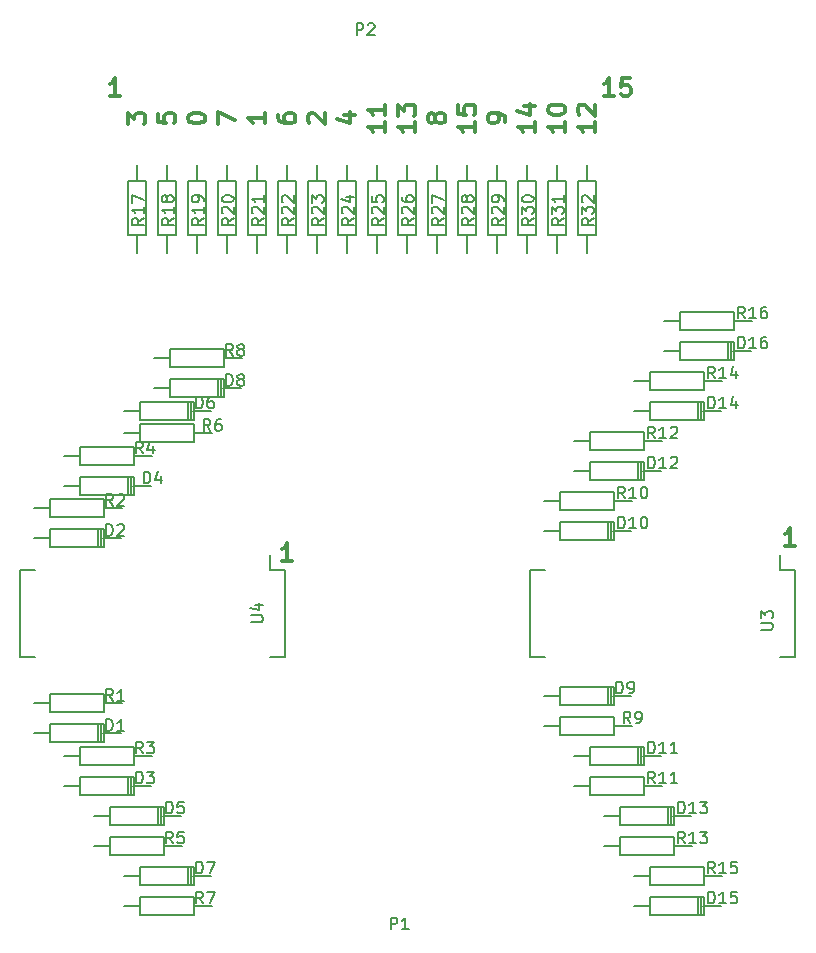
<source format=gto>
G04 #@! TF.FileFunction,Legend,Top*
%FSLAX46Y46*%
G04 Gerber Fmt 4.6, Leading zero omitted, Abs format (unit mm)*
G04 Created by KiCad (PCBNEW 4.0.2+e4-6225~38~ubuntu15.10.1-stable) date mar. 20 sept. 2016 08:21:37 CEST*
%MOMM*%
G01*
G04 APERTURE LIST*
%ADD10C,0.100000*%
%ADD11C,0.300000*%
%ADD12C,0.150000*%
G04 APERTURE END LIST*
D10*
D11*
X85133571Y-39655714D02*
X85133571Y-40512857D01*
X85133571Y-40084285D02*
X83633571Y-40084285D01*
X83847857Y-40227142D01*
X83990714Y-40370000D01*
X84062143Y-40512857D01*
X83776429Y-39084286D02*
X83705000Y-39012857D01*
X83633571Y-38870000D01*
X83633571Y-38512857D01*
X83705000Y-38370000D01*
X83776429Y-38298571D01*
X83919286Y-38227143D01*
X84062143Y-38227143D01*
X84276429Y-38298571D01*
X85133571Y-39155714D01*
X85133571Y-38227143D01*
X82593571Y-39655714D02*
X82593571Y-40512857D01*
X82593571Y-40084285D02*
X81093571Y-40084285D01*
X81307857Y-40227142D01*
X81450714Y-40370000D01*
X81522143Y-40512857D01*
X81093571Y-38727143D02*
X81093571Y-38584286D01*
X81165000Y-38441429D01*
X81236429Y-38370000D01*
X81379286Y-38298571D01*
X81665000Y-38227143D01*
X82022143Y-38227143D01*
X82307857Y-38298571D01*
X82450714Y-38370000D01*
X82522143Y-38441429D01*
X82593571Y-38584286D01*
X82593571Y-38727143D01*
X82522143Y-38870000D01*
X82450714Y-38941429D01*
X82307857Y-39012857D01*
X82022143Y-39084286D01*
X81665000Y-39084286D01*
X81379286Y-39012857D01*
X81236429Y-38941429D01*
X81165000Y-38870000D01*
X81093571Y-38727143D01*
X80053571Y-39655714D02*
X80053571Y-40512857D01*
X80053571Y-40084285D02*
X78553571Y-40084285D01*
X78767857Y-40227142D01*
X78910714Y-40370000D01*
X78982143Y-40512857D01*
X79053571Y-38370000D02*
X80053571Y-38370000D01*
X78482143Y-38727143D02*
X79553571Y-39084286D01*
X79553571Y-38155714D01*
X77513571Y-39655714D02*
X77513571Y-39369999D01*
X77442143Y-39227142D01*
X77370714Y-39155714D01*
X77156429Y-39012856D01*
X76870714Y-38941428D01*
X76299286Y-38941428D01*
X76156429Y-39012856D01*
X76085000Y-39084285D01*
X76013571Y-39227142D01*
X76013571Y-39512856D01*
X76085000Y-39655714D01*
X76156429Y-39727142D01*
X76299286Y-39798571D01*
X76656429Y-39798571D01*
X76799286Y-39727142D01*
X76870714Y-39655714D01*
X76942143Y-39512856D01*
X76942143Y-39227142D01*
X76870714Y-39084285D01*
X76799286Y-39012856D01*
X76656429Y-38941428D01*
X74973571Y-39655714D02*
X74973571Y-40512857D01*
X74973571Y-40084285D02*
X73473571Y-40084285D01*
X73687857Y-40227142D01*
X73830714Y-40370000D01*
X73902143Y-40512857D01*
X73473571Y-38298571D02*
X73473571Y-39012857D01*
X74187857Y-39084286D01*
X74116429Y-39012857D01*
X74045000Y-38870000D01*
X74045000Y-38512857D01*
X74116429Y-38370000D01*
X74187857Y-38298571D01*
X74330714Y-38227143D01*
X74687857Y-38227143D01*
X74830714Y-38298571D01*
X74902143Y-38370000D01*
X74973571Y-38512857D01*
X74973571Y-38870000D01*
X74902143Y-39012857D01*
X74830714Y-39084286D01*
X71576429Y-39512856D02*
X71505000Y-39655714D01*
X71433571Y-39727142D01*
X71290714Y-39798571D01*
X71219286Y-39798571D01*
X71076429Y-39727142D01*
X71005000Y-39655714D01*
X70933571Y-39512856D01*
X70933571Y-39227142D01*
X71005000Y-39084285D01*
X71076429Y-39012856D01*
X71219286Y-38941428D01*
X71290714Y-38941428D01*
X71433571Y-39012856D01*
X71505000Y-39084285D01*
X71576429Y-39227142D01*
X71576429Y-39512856D01*
X71647857Y-39655714D01*
X71719286Y-39727142D01*
X71862143Y-39798571D01*
X72147857Y-39798571D01*
X72290714Y-39727142D01*
X72362143Y-39655714D01*
X72433571Y-39512856D01*
X72433571Y-39227142D01*
X72362143Y-39084285D01*
X72290714Y-39012856D01*
X72147857Y-38941428D01*
X71862143Y-38941428D01*
X71719286Y-39012856D01*
X71647857Y-39084285D01*
X71576429Y-39227142D01*
X69893571Y-39655714D02*
X69893571Y-40512857D01*
X69893571Y-40084285D02*
X68393571Y-40084285D01*
X68607857Y-40227142D01*
X68750714Y-40370000D01*
X68822143Y-40512857D01*
X68393571Y-39155714D02*
X68393571Y-38227143D01*
X68965000Y-38727143D01*
X68965000Y-38512857D01*
X69036429Y-38370000D01*
X69107857Y-38298571D01*
X69250714Y-38227143D01*
X69607857Y-38227143D01*
X69750714Y-38298571D01*
X69822143Y-38370000D01*
X69893571Y-38512857D01*
X69893571Y-38941429D01*
X69822143Y-39084286D01*
X69750714Y-39155714D01*
X67353571Y-39655714D02*
X67353571Y-40512857D01*
X67353571Y-40084285D02*
X65853571Y-40084285D01*
X66067857Y-40227142D01*
X66210714Y-40370000D01*
X66282143Y-40512857D01*
X67353571Y-38227143D02*
X67353571Y-39084286D01*
X67353571Y-38655714D02*
X65853571Y-38655714D01*
X66067857Y-38798571D01*
X66210714Y-38941429D01*
X66282143Y-39084286D01*
X63813571Y-39084285D02*
X64813571Y-39084285D01*
X63242143Y-39441428D02*
X64313571Y-39798571D01*
X64313571Y-38869999D01*
X60916429Y-39798571D02*
X60845000Y-39727142D01*
X60773571Y-39584285D01*
X60773571Y-39227142D01*
X60845000Y-39084285D01*
X60916429Y-39012856D01*
X61059286Y-38941428D01*
X61202143Y-38941428D01*
X61416429Y-39012856D01*
X62273571Y-39869999D01*
X62273571Y-38941428D01*
X58233571Y-39084285D02*
X58233571Y-39369999D01*
X58305000Y-39512856D01*
X58376429Y-39584285D01*
X58590714Y-39727142D01*
X58876429Y-39798571D01*
X59447857Y-39798571D01*
X59590714Y-39727142D01*
X59662143Y-39655714D01*
X59733571Y-39512856D01*
X59733571Y-39227142D01*
X59662143Y-39084285D01*
X59590714Y-39012856D01*
X59447857Y-38941428D01*
X59090714Y-38941428D01*
X58947857Y-39012856D01*
X58876429Y-39084285D01*
X58805000Y-39227142D01*
X58805000Y-39512856D01*
X58876429Y-39655714D01*
X58947857Y-39727142D01*
X59090714Y-39798571D01*
X57193571Y-38941428D02*
X57193571Y-39798571D01*
X57193571Y-39369999D02*
X55693571Y-39369999D01*
X55907857Y-39512856D01*
X56050714Y-39655714D01*
X56122143Y-39798571D01*
X53153571Y-39869999D02*
X53153571Y-38869999D01*
X54653571Y-39512856D01*
X50613571Y-39441428D02*
X50613571Y-39298571D01*
X50685000Y-39155714D01*
X50756429Y-39084285D01*
X50899286Y-39012856D01*
X51185000Y-38941428D01*
X51542143Y-38941428D01*
X51827857Y-39012856D01*
X51970714Y-39084285D01*
X52042143Y-39155714D01*
X52113571Y-39298571D01*
X52113571Y-39441428D01*
X52042143Y-39584285D01*
X51970714Y-39655714D01*
X51827857Y-39727142D01*
X51542143Y-39798571D01*
X51185000Y-39798571D01*
X50899286Y-39727142D01*
X50756429Y-39655714D01*
X50685000Y-39584285D01*
X50613571Y-39441428D01*
X48073571Y-39012856D02*
X48073571Y-39727142D01*
X48787857Y-39798571D01*
X48716429Y-39727142D01*
X48645000Y-39584285D01*
X48645000Y-39227142D01*
X48716429Y-39084285D01*
X48787857Y-39012856D01*
X48930714Y-38941428D01*
X49287857Y-38941428D01*
X49430714Y-39012856D01*
X49502143Y-39084285D01*
X49573571Y-39227142D01*
X49573571Y-39584285D01*
X49502143Y-39727142D01*
X49430714Y-39798571D01*
X45533571Y-39869999D02*
X45533571Y-38941428D01*
X46105000Y-39441428D01*
X46105000Y-39227142D01*
X46176429Y-39084285D01*
X46247857Y-39012856D01*
X46390714Y-38941428D01*
X46747857Y-38941428D01*
X46890714Y-39012856D01*
X46962143Y-39084285D01*
X47033571Y-39227142D01*
X47033571Y-39655714D01*
X46962143Y-39798571D01*
X46890714Y-39869999D01*
X102028572Y-75608571D02*
X101171429Y-75608571D01*
X101600001Y-75608571D02*
X101600001Y-74108571D01*
X101457144Y-74322857D01*
X101314286Y-74465714D01*
X101171429Y-74537143D01*
X86709286Y-37508571D02*
X85852143Y-37508571D01*
X86280715Y-37508571D02*
X86280715Y-36008571D01*
X86137858Y-36222857D01*
X85995000Y-36365714D01*
X85852143Y-36437143D01*
X88066429Y-36008571D02*
X87352143Y-36008571D01*
X87280714Y-36722857D01*
X87352143Y-36651429D01*
X87495000Y-36580000D01*
X87852143Y-36580000D01*
X87995000Y-36651429D01*
X88066429Y-36722857D01*
X88137857Y-36865714D01*
X88137857Y-37222857D01*
X88066429Y-37365714D01*
X87995000Y-37437143D01*
X87852143Y-37508571D01*
X87495000Y-37508571D01*
X87352143Y-37437143D01*
X87280714Y-37365714D01*
X44878572Y-37508571D02*
X44021429Y-37508571D01*
X44450001Y-37508571D02*
X44450001Y-36008571D01*
X44307144Y-36222857D01*
X44164286Y-36365714D01*
X44021429Y-36437143D01*
X59483572Y-76878571D02*
X58626429Y-76878571D01*
X59055001Y-76878571D02*
X59055001Y-75378571D01*
X58912144Y-75592857D01*
X58769286Y-75735714D01*
X58626429Y-75807143D01*
D12*
X38988480Y-91442540D02*
X37591480Y-91442540D01*
X43433480Y-91442540D02*
X44957480Y-91442540D01*
X43052480Y-92204540D02*
X43052480Y-90680540D01*
X43306480Y-92204540D02*
X43306480Y-90680540D01*
X43560480Y-91442540D02*
X43560480Y-90680540D01*
X43560480Y-90680540D02*
X38988480Y-90680540D01*
X38988480Y-90680540D02*
X38988480Y-92204540D01*
X38988480Y-92204540D02*
X43560480Y-92204540D01*
X43560480Y-92204540D02*
X43560480Y-91442540D01*
X38988480Y-74932540D02*
X37591480Y-74932540D01*
X43433480Y-74932540D02*
X44957480Y-74932540D01*
X43052480Y-75694540D02*
X43052480Y-74170540D01*
X43306480Y-75694540D02*
X43306480Y-74170540D01*
X43560480Y-74932540D02*
X43560480Y-74170540D01*
X43560480Y-74170540D02*
X38988480Y-74170540D01*
X38988480Y-74170540D02*
X38988480Y-75694540D01*
X38988480Y-75694540D02*
X43560480Y-75694540D01*
X43560480Y-75694540D02*
X43560480Y-74932540D01*
X41528480Y-95887540D02*
X40131480Y-95887540D01*
X45973480Y-95887540D02*
X47497480Y-95887540D01*
X45592480Y-96649540D02*
X45592480Y-95125540D01*
X45846480Y-96649540D02*
X45846480Y-95125540D01*
X46100480Y-95887540D02*
X46100480Y-95125540D01*
X46100480Y-95125540D02*
X41528480Y-95125540D01*
X41528480Y-95125540D02*
X41528480Y-96649540D01*
X41528480Y-96649540D02*
X46100480Y-96649540D01*
X46100480Y-96649540D02*
X46100480Y-95887540D01*
X41528480Y-70487540D02*
X40131480Y-70487540D01*
X45973480Y-70487540D02*
X47497480Y-70487540D01*
X45592480Y-71249540D02*
X45592480Y-69725540D01*
X45846480Y-71249540D02*
X45846480Y-69725540D01*
X46100480Y-70487540D02*
X46100480Y-69725540D01*
X46100480Y-69725540D02*
X41528480Y-69725540D01*
X41528480Y-69725540D02*
X41528480Y-71249540D01*
X41528480Y-71249540D02*
X46100480Y-71249540D01*
X46100480Y-71249540D02*
X46100480Y-70487540D01*
X44068480Y-98427540D02*
X42671480Y-98427540D01*
X48513480Y-98427540D02*
X50037480Y-98427540D01*
X48132480Y-99189540D02*
X48132480Y-97665540D01*
X48386480Y-99189540D02*
X48386480Y-97665540D01*
X48640480Y-98427540D02*
X48640480Y-97665540D01*
X48640480Y-97665540D02*
X44068480Y-97665540D01*
X44068480Y-97665540D02*
X44068480Y-99189540D01*
X44068480Y-99189540D02*
X48640480Y-99189540D01*
X48640480Y-99189540D02*
X48640480Y-98427540D01*
X46608480Y-64137540D02*
X45211480Y-64137540D01*
X51053480Y-64137540D02*
X52577480Y-64137540D01*
X50672480Y-64899540D02*
X50672480Y-63375540D01*
X50926480Y-64899540D02*
X50926480Y-63375540D01*
X51180480Y-64137540D02*
X51180480Y-63375540D01*
X51180480Y-63375540D02*
X46608480Y-63375540D01*
X46608480Y-63375540D02*
X46608480Y-64899540D01*
X46608480Y-64899540D02*
X51180480Y-64899540D01*
X51180480Y-64899540D02*
X51180480Y-64137540D01*
X46608480Y-103507540D02*
X45211480Y-103507540D01*
X51053480Y-103507540D02*
X52577480Y-103507540D01*
X50672480Y-104269540D02*
X50672480Y-102745540D01*
X50926480Y-104269540D02*
X50926480Y-102745540D01*
X51180480Y-103507540D02*
X51180480Y-102745540D01*
X51180480Y-102745540D02*
X46608480Y-102745540D01*
X46608480Y-102745540D02*
X46608480Y-104269540D01*
X46608480Y-104269540D02*
X51180480Y-104269540D01*
X51180480Y-104269540D02*
X51180480Y-103507540D01*
X49148480Y-62232540D02*
X47751480Y-62232540D01*
X53593480Y-62232540D02*
X55117480Y-62232540D01*
X53212480Y-62994540D02*
X53212480Y-61470540D01*
X53466480Y-62994540D02*
X53466480Y-61470540D01*
X53720480Y-62232540D02*
X53720480Y-61470540D01*
X53720480Y-61470540D02*
X49148480Y-61470540D01*
X49148480Y-61470540D02*
X49148480Y-62994540D01*
X49148480Y-62994540D02*
X53720480Y-62994540D01*
X53720480Y-62994540D02*
X53720480Y-62232540D01*
X82168480Y-88267540D02*
X80771480Y-88267540D01*
X86613480Y-88267540D02*
X88137480Y-88267540D01*
X86232480Y-89029540D02*
X86232480Y-87505540D01*
X86486480Y-89029540D02*
X86486480Y-87505540D01*
X86740480Y-88267540D02*
X86740480Y-87505540D01*
X86740480Y-87505540D02*
X82168480Y-87505540D01*
X82168480Y-87505540D02*
X82168480Y-89029540D01*
X82168480Y-89029540D02*
X86740480Y-89029540D01*
X86740480Y-89029540D02*
X86740480Y-88267540D01*
X82168480Y-74297540D02*
X80771480Y-74297540D01*
X86613480Y-74297540D02*
X88137480Y-74297540D01*
X86232480Y-75059540D02*
X86232480Y-73535540D01*
X86486480Y-75059540D02*
X86486480Y-73535540D01*
X86740480Y-74297540D02*
X86740480Y-73535540D01*
X86740480Y-73535540D02*
X82168480Y-73535540D01*
X82168480Y-73535540D02*
X82168480Y-75059540D01*
X82168480Y-75059540D02*
X86740480Y-75059540D01*
X86740480Y-75059540D02*
X86740480Y-74297540D01*
X84708480Y-93347540D02*
X83311480Y-93347540D01*
X89153480Y-93347540D02*
X90677480Y-93347540D01*
X88772480Y-94109540D02*
X88772480Y-92585540D01*
X89026480Y-94109540D02*
X89026480Y-92585540D01*
X89280480Y-93347540D02*
X89280480Y-92585540D01*
X89280480Y-92585540D02*
X84708480Y-92585540D01*
X84708480Y-92585540D02*
X84708480Y-94109540D01*
X84708480Y-94109540D02*
X89280480Y-94109540D01*
X89280480Y-94109540D02*
X89280480Y-93347540D01*
X84708480Y-69217540D02*
X83311480Y-69217540D01*
X89153480Y-69217540D02*
X90677480Y-69217540D01*
X88772480Y-69979540D02*
X88772480Y-68455540D01*
X89026480Y-69979540D02*
X89026480Y-68455540D01*
X89280480Y-69217540D02*
X89280480Y-68455540D01*
X89280480Y-68455540D02*
X84708480Y-68455540D01*
X84708480Y-68455540D02*
X84708480Y-69979540D01*
X84708480Y-69979540D02*
X89280480Y-69979540D01*
X89280480Y-69979540D02*
X89280480Y-69217540D01*
X87248480Y-98427540D02*
X85851480Y-98427540D01*
X91693480Y-98427540D02*
X93217480Y-98427540D01*
X91312480Y-99189540D02*
X91312480Y-97665540D01*
X91566480Y-99189540D02*
X91566480Y-97665540D01*
X91820480Y-98427540D02*
X91820480Y-97665540D01*
X91820480Y-97665540D02*
X87248480Y-97665540D01*
X87248480Y-97665540D02*
X87248480Y-99189540D01*
X87248480Y-99189540D02*
X91820480Y-99189540D01*
X91820480Y-99189540D02*
X91820480Y-98427540D01*
X89788480Y-64137540D02*
X88391480Y-64137540D01*
X94233480Y-64137540D02*
X95757480Y-64137540D01*
X93852480Y-64899540D02*
X93852480Y-63375540D01*
X94106480Y-64899540D02*
X94106480Y-63375540D01*
X94360480Y-64137540D02*
X94360480Y-63375540D01*
X94360480Y-63375540D02*
X89788480Y-63375540D01*
X89788480Y-63375540D02*
X89788480Y-64899540D01*
X89788480Y-64899540D02*
X94360480Y-64899540D01*
X94360480Y-64899540D02*
X94360480Y-64137540D01*
X89788480Y-106047540D02*
X88391480Y-106047540D01*
X94233480Y-106047540D02*
X95757480Y-106047540D01*
X93852480Y-106809540D02*
X93852480Y-105285540D01*
X94106480Y-106809540D02*
X94106480Y-105285540D01*
X94360480Y-106047540D02*
X94360480Y-105285540D01*
X94360480Y-105285540D02*
X89788480Y-105285540D01*
X89788480Y-105285540D02*
X89788480Y-106809540D01*
X89788480Y-106809540D02*
X94360480Y-106809540D01*
X94360480Y-106809540D02*
X94360480Y-106047540D01*
X92328480Y-59057540D02*
X90931480Y-59057540D01*
X96773480Y-59057540D02*
X98297480Y-59057540D01*
X96392480Y-59819540D02*
X96392480Y-58295540D01*
X96646480Y-59819540D02*
X96646480Y-58295540D01*
X96900480Y-59057540D02*
X96900480Y-58295540D01*
X96900480Y-58295540D02*
X92328480Y-58295540D01*
X92328480Y-58295540D02*
X92328480Y-59819540D01*
X92328480Y-59819540D02*
X96900480Y-59819540D01*
X96900480Y-59819540D02*
X96900480Y-59057540D01*
X101990000Y-77605000D02*
X100720000Y-77605000D01*
X101990000Y-84955000D02*
X100720000Y-84955000D01*
X79620000Y-84955000D02*
X80890000Y-84955000D01*
X79620000Y-77605000D02*
X80890000Y-77605000D01*
X101990000Y-77605000D02*
X101990000Y-84955000D01*
X79620000Y-77605000D02*
X79620000Y-84955000D01*
X100720000Y-77605000D02*
X100720000Y-76320000D01*
X58810000Y-77605000D02*
X57540000Y-77605000D01*
X58810000Y-84955000D02*
X57540000Y-84955000D01*
X36440000Y-84955000D02*
X37710000Y-84955000D01*
X36440000Y-77605000D02*
X37710000Y-77605000D01*
X58810000Y-77605000D02*
X58810000Y-84955000D01*
X36440000Y-77605000D02*
X36440000Y-84955000D01*
X57540000Y-77605000D02*
X57540000Y-76320000D01*
X38988480Y-88902540D02*
X37591480Y-88902540D01*
X43560480Y-88902540D02*
X45084480Y-88902540D01*
X43560480Y-88902540D02*
X43560480Y-88140540D01*
X43560480Y-88140540D02*
X38988480Y-88140540D01*
X38988480Y-88140540D02*
X38988480Y-89664540D01*
X38988480Y-89664540D02*
X43560480Y-89664540D01*
X43560480Y-89664540D02*
X43560480Y-88902540D01*
X38988480Y-72392540D02*
X37591480Y-72392540D01*
X43560480Y-72392540D02*
X45084480Y-72392540D01*
X43560480Y-72392540D02*
X43560480Y-71630540D01*
X43560480Y-71630540D02*
X38988480Y-71630540D01*
X38988480Y-71630540D02*
X38988480Y-73154540D01*
X38988480Y-73154540D02*
X43560480Y-73154540D01*
X43560480Y-73154540D02*
X43560480Y-72392540D01*
X41528480Y-93347540D02*
X40131480Y-93347540D01*
X46100480Y-93347540D02*
X47624480Y-93347540D01*
X46100480Y-93347540D02*
X46100480Y-92585540D01*
X46100480Y-92585540D02*
X41528480Y-92585540D01*
X41528480Y-92585540D02*
X41528480Y-94109540D01*
X41528480Y-94109540D02*
X46100480Y-94109540D01*
X46100480Y-94109540D02*
X46100480Y-93347540D01*
X41528480Y-67947540D02*
X40131480Y-67947540D01*
X46100480Y-67947540D02*
X47624480Y-67947540D01*
X46100480Y-67947540D02*
X46100480Y-67185540D01*
X46100480Y-67185540D02*
X41528480Y-67185540D01*
X41528480Y-67185540D02*
X41528480Y-68709540D01*
X41528480Y-68709540D02*
X46100480Y-68709540D01*
X46100480Y-68709540D02*
X46100480Y-67947540D01*
X44068480Y-100967540D02*
X42671480Y-100967540D01*
X48640480Y-100967540D02*
X50164480Y-100967540D01*
X48640480Y-100967540D02*
X48640480Y-100205540D01*
X48640480Y-100205540D02*
X44068480Y-100205540D01*
X44068480Y-100205540D02*
X44068480Y-101729540D01*
X44068480Y-101729540D02*
X48640480Y-101729540D01*
X48640480Y-101729540D02*
X48640480Y-100967540D01*
X46608480Y-66042540D02*
X45211480Y-66042540D01*
X51180480Y-66042540D02*
X52704480Y-66042540D01*
X51180480Y-66042540D02*
X51180480Y-65280540D01*
X51180480Y-65280540D02*
X46608480Y-65280540D01*
X46608480Y-65280540D02*
X46608480Y-66804540D01*
X46608480Y-66804540D02*
X51180480Y-66804540D01*
X51180480Y-66804540D02*
X51180480Y-66042540D01*
X46608480Y-106047540D02*
X45211480Y-106047540D01*
X51180480Y-106047540D02*
X52704480Y-106047540D01*
X51180480Y-106047540D02*
X51180480Y-105285540D01*
X51180480Y-105285540D02*
X46608480Y-105285540D01*
X46608480Y-105285540D02*
X46608480Y-106809540D01*
X46608480Y-106809540D02*
X51180480Y-106809540D01*
X51180480Y-106809540D02*
X51180480Y-106047540D01*
X49148480Y-59692540D02*
X47751480Y-59692540D01*
X53720480Y-59692540D02*
X55244480Y-59692540D01*
X53720480Y-59692540D02*
X53720480Y-58930540D01*
X53720480Y-58930540D02*
X49148480Y-58930540D01*
X49148480Y-58930540D02*
X49148480Y-60454540D01*
X49148480Y-60454540D02*
X53720480Y-60454540D01*
X53720480Y-60454540D02*
X53720480Y-59692540D01*
X82168480Y-90807540D02*
X80771480Y-90807540D01*
X86740480Y-90807540D02*
X88264480Y-90807540D01*
X86740480Y-90807540D02*
X86740480Y-90045540D01*
X86740480Y-90045540D02*
X82168480Y-90045540D01*
X82168480Y-90045540D02*
X82168480Y-91569540D01*
X82168480Y-91569540D02*
X86740480Y-91569540D01*
X86740480Y-91569540D02*
X86740480Y-90807540D01*
X82168480Y-71757540D02*
X80771480Y-71757540D01*
X86740480Y-71757540D02*
X88264480Y-71757540D01*
X86740480Y-71757540D02*
X86740480Y-70995540D01*
X86740480Y-70995540D02*
X82168480Y-70995540D01*
X82168480Y-70995540D02*
X82168480Y-72519540D01*
X82168480Y-72519540D02*
X86740480Y-72519540D01*
X86740480Y-72519540D02*
X86740480Y-71757540D01*
X84708480Y-95887540D02*
X83311480Y-95887540D01*
X89280480Y-95887540D02*
X90804480Y-95887540D01*
X89280480Y-95887540D02*
X89280480Y-95125540D01*
X89280480Y-95125540D02*
X84708480Y-95125540D01*
X84708480Y-95125540D02*
X84708480Y-96649540D01*
X84708480Y-96649540D02*
X89280480Y-96649540D01*
X89280480Y-96649540D02*
X89280480Y-95887540D01*
X84708480Y-66677540D02*
X83311480Y-66677540D01*
X89280480Y-66677540D02*
X90804480Y-66677540D01*
X89280480Y-66677540D02*
X89280480Y-65915540D01*
X89280480Y-65915540D02*
X84708480Y-65915540D01*
X84708480Y-65915540D02*
X84708480Y-67439540D01*
X84708480Y-67439540D02*
X89280480Y-67439540D01*
X89280480Y-67439540D02*
X89280480Y-66677540D01*
X87248480Y-100967540D02*
X85851480Y-100967540D01*
X91820480Y-100967540D02*
X93344480Y-100967540D01*
X91820480Y-100967540D02*
X91820480Y-100205540D01*
X91820480Y-100205540D02*
X87248480Y-100205540D01*
X87248480Y-100205540D02*
X87248480Y-101729540D01*
X87248480Y-101729540D02*
X91820480Y-101729540D01*
X91820480Y-101729540D02*
X91820480Y-100967540D01*
X89788480Y-61597540D02*
X88391480Y-61597540D01*
X94360480Y-61597540D02*
X95884480Y-61597540D01*
X94360480Y-61597540D02*
X94360480Y-60835540D01*
X94360480Y-60835540D02*
X89788480Y-60835540D01*
X89788480Y-60835540D02*
X89788480Y-62359540D01*
X89788480Y-62359540D02*
X94360480Y-62359540D01*
X94360480Y-62359540D02*
X94360480Y-61597540D01*
X89788480Y-103507540D02*
X88391480Y-103507540D01*
X94360480Y-103507540D02*
X95884480Y-103507540D01*
X94360480Y-103507540D02*
X94360480Y-102745540D01*
X94360480Y-102745540D02*
X89788480Y-102745540D01*
X89788480Y-102745540D02*
X89788480Y-104269540D01*
X89788480Y-104269540D02*
X94360480Y-104269540D01*
X94360480Y-104269540D02*
X94360480Y-103507540D01*
X92328480Y-56517540D02*
X90931480Y-56517540D01*
X96900480Y-56517540D02*
X98424480Y-56517540D01*
X96900480Y-56517540D02*
X96900480Y-55755540D01*
X96900480Y-55755540D02*
X92328480Y-55755540D01*
X92328480Y-55755540D02*
X92328480Y-57279540D01*
X92328480Y-57279540D02*
X96900480Y-57279540D01*
X96900480Y-57279540D02*
X96900480Y-56517540D01*
X46352460Y-44703480D02*
X46352460Y-43306480D01*
X46352460Y-49275480D02*
X46352460Y-50799480D01*
X46352460Y-49275480D02*
X47114460Y-49275480D01*
X47114460Y-49275480D02*
X47114460Y-44703480D01*
X47114460Y-44703480D02*
X45590460Y-44703480D01*
X45590460Y-44703480D02*
X45590460Y-49275480D01*
X45590460Y-49275480D02*
X46352460Y-49275480D01*
X48892460Y-44703480D02*
X48892460Y-43306480D01*
X48892460Y-49275480D02*
X48892460Y-50799480D01*
X48892460Y-49275480D02*
X49654460Y-49275480D01*
X49654460Y-49275480D02*
X49654460Y-44703480D01*
X49654460Y-44703480D02*
X48130460Y-44703480D01*
X48130460Y-44703480D02*
X48130460Y-49275480D01*
X48130460Y-49275480D02*
X48892460Y-49275480D01*
X51432460Y-44703480D02*
X51432460Y-43306480D01*
X51432460Y-49275480D02*
X51432460Y-50799480D01*
X51432460Y-49275480D02*
X52194460Y-49275480D01*
X52194460Y-49275480D02*
X52194460Y-44703480D01*
X52194460Y-44703480D02*
X50670460Y-44703480D01*
X50670460Y-44703480D02*
X50670460Y-49275480D01*
X50670460Y-49275480D02*
X51432460Y-49275480D01*
X53972460Y-44703480D02*
X53972460Y-43306480D01*
X53972460Y-49275480D02*
X53972460Y-50799480D01*
X53972460Y-49275480D02*
X54734460Y-49275480D01*
X54734460Y-49275480D02*
X54734460Y-44703480D01*
X54734460Y-44703480D02*
X53210460Y-44703480D01*
X53210460Y-44703480D02*
X53210460Y-49275480D01*
X53210460Y-49275480D02*
X53972460Y-49275480D01*
X56512460Y-44703480D02*
X56512460Y-43306480D01*
X56512460Y-49275480D02*
X56512460Y-50799480D01*
X56512460Y-49275480D02*
X57274460Y-49275480D01*
X57274460Y-49275480D02*
X57274460Y-44703480D01*
X57274460Y-44703480D02*
X55750460Y-44703480D01*
X55750460Y-44703480D02*
X55750460Y-49275480D01*
X55750460Y-49275480D02*
X56512460Y-49275480D01*
X59052460Y-44703480D02*
X59052460Y-43306480D01*
X59052460Y-49275480D02*
X59052460Y-50799480D01*
X59052460Y-49275480D02*
X59814460Y-49275480D01*
X59814460Y-49275480D02*
X59814460Y-44703480D01*
X59814460Y-44703480D02*
X58290460Y-44703480D01*
X58290460Y-44703480D02*
X58290460Y-49275480D01*
X58290460Y-49275480D02*
X59052460Y-49275480D01*
X61592460Y-44703480D02*
X61592460Y-43306480D01*
X61592460Y-49275480D02*
X61592460Y-50799480D01*
X61592460Y-49275480D02*
X62354460Y-49275480D01*
X62354460Y-49275480D02*
X62354460Y-44703480D01*
X62354460Y-44703480D02*
X60830460Y-44703480D01*
X60830460Y-44703480D02*
X60830460Y-49275480D01*
X60830460Y-49275480D02*
X61592460Y-49275480D01*
X64132460Y-44703480D02*
X64132460Y-43306480D01*
X64132460Y-49275480D02*
X64132460Y-50799480D01*
X64132460Y-49275480D02*
X64894460Y-49275480D01*
X64894460Y-49275480D02*
X64894460Y-44703480D01*
X64894460Y-44703480D02*
X63370460Y-44703480D01*
X63370460Y-44703480D02*
X63370460Y-49275480D01*
X63370460Y-49275480D02*
X64132460Y-49275480D01*
X66672460Y-44703480D02*
X66672460Y-43306480D01*
X66672460Y-49275480D02*
X66672460Y-50799480D01*
X66672460Y-49275480D02*
X67434460Y-49275480D01*
X67434460Y-49275480D02*
X67434460Y-44703480D01*
X67434460Y-44703480D02*
X65910460Y-44703480D01*
X65910460Y-44703480D02*
X65910460Y-49275480D01*
X65910460Y-49275480D02*
X66672460Y-49275480D01*
X69212460Y-44703480D02*
X69212460Y-43306480D01*
X69212460Y-49275480D02*
X69212460Y-50799480D01*
X69212460Y-49275480D02*
X69974460Y-49275480D01*
X69974460Y-49275480D02*
X69974460Y-44703480D01*
X69974460Y-44703480D02*
X68450460Y-44703480D01*
X68450460Y-44703480D02*
X68450460Y-49275480D01*
X68450460Y-49275480D02*
X69212460Y-49275480D01*
X71752460Y-44703480D02*
X71752460Y-43306480D01*
X71752460Y-49275480D02*
X71752460Y-50799480D01*
X71752460Y-49275480D02*
X72514460Y-49275480D01*
X72514460Y-49275480D02*
X72514460Y-44703480D01*
X72514460Y-44703480D02*
X70990460Y-44703480D01*
X70990460Y-44703480D02*
X70990460Y-49275480D01*
X70990460Y-49275480D02*
X71752460Y-49275480D01*
X74292460Y-44703480D02*
X74292460Y-43306480D01*
X74292460Y-49275480D02*
X74292460Y-50799480D01*
X74292460Y-49275480D02*
X75054460Y-49275480D01*
X75054460Y-49275480D02*
X75054460Y-44703480D01*
X75054460Y-44703480D02*
X73530460Y-44703480D01*
X73530460Y-44703480D02*
X73530460Y-49275480D01*
X73530460Y-49275480D02*
X74292460Y-49275480D01*
X76832460Y-44703480D02*
X76832460Y-43306480D01*
X76832460Y-49275480D02*
X76832460Y-50799480D01*
X76832460Y-49275480D02*
X77594460Y-49275480D01*
X77594460Y-49275480D02*
X77594460Y-44703480D01*
X77594460Y-44703480D02*
X76070460Y-44703480D01*
X76070460Y-44703480D02*
X76070460Y-49275480D01*
X76070460Y-49275480D02*
X76832460Y-49275480D01*
X79372460Y-44703480D02*
X79372460Y-43306480D01*
X79372460Y-49275480D02*
X79372460Y-50799480D01*
X79372460Y-49275480D02*
X80134460Y-49275480D01*
X80134460Y-49275480D02*
X80134460Y-44703480D01*
X80134460Y-44703480D02*
X78610460Y-44703480D01*
X78610460Y-44703480D02*
X78610460Y-49275480D01*
X78610460Y-49275480D02*
X79372460Y-49275480D01*
X81912460Y-44703480D02*
X81912460Y-43306480D01*
X81912460Y-49275480D02*
X81912460Y-50799480D01*
X81912460Y-49275480D02*
X82674460Y-49275480D01*
X82674460Y-49275480D02*
X82674460Y-44703480D01*
X82674460Y-44703480D02*
X81150460Y-44703480D01*
X81150460Y-44703480D02*
X81150460Y-49275480D01*
X81150460Y-49275480D02*
X81912460Y-49275480D01*
X84452460Y-44703480D02*
X84452460Y-43306480D01*
X84452460Y-49275480D02*
X84452460Y-50799480D01*
X84452460Y-49275480D02*
X85214460Y-49275480D01*
X85214460Y-49275480D02*
X85214460Y-44703480D01*
X85214460Y-44703480D02*
X83690460Y-44703480D01*
X83690460Y-44703480D02*
X83690460Y-49275480D01*
X83690460Y-49275480D02*
X84452460Y-49275480D01*
X43711905Y-91257381D02*
X43711905Y-90257381D01*
X43950000Y-90257381D01*
X44092858Y-90305000D01*
X44188096Y-90400238D01*
X44235715Y-90495476D01*
X44283334Y-90685952D01*
X44283334Y-90828810D01*
X44235715Y-91019286D01*
X44188096Y-91114524D01*
X44092858Y-91209762D01*
X43950000Y-91257381D01*
X43711905Y-91257381D01*
X45235715Y-91257381D02*
X44664286Y-91257381D01*
X44950000Y-91257381D02*
X44950000Y-90257381D01*
X44854762Y-90400238D01*
X44759524Y-90495476D01*
X44664286Y-90543095D01*
X43711905Y-74747381D02*
X43711905Y-73747381D01*
X43950000Y-73747381D01*
X44092858Y-73795000D01*
X44188096Y-73890238D01*
X44235715Y-73985476D01*
X44283334Y-74175952D01*
X44283334Y-74318810D01*
X44235715Y-74509286D01*
X44188096Y-74604524D01*
X44092858Y-74699762D01*
X43950000Y-74747381D01*
X43711905Y-74747381D01*
X44664286Y-73842619D02*
X44711905Y-73795000D01*
X44807143Y-73747381D01*
X45045239Y-73747381D01*
X45140477Y-73795000D01*
X45188096Y-73842619D01*
X45235715Y-73937857D01*
X45235715Y-74033095D01*
X45188096Y-74175952D01*
X44616667Y-74747381D01*
X45235715Y-74747381D01*
X46251905Y-95702381D02*
X46251905Y-94702381D01*
X46490000Y-94702381D01*
X46632858Y-94750000D01*
X46728096Y-94845238D01*
X46775715Y-94940476D01*
X46823334Y-95130952D01*
X46823334Y-95273810D01*
X46775715Y-95464286D01*
X46728096Y-95559524D01*
X46632858Y-95654762D01*
X46490000Y-95702381D01*
X46251905Y-95702381D01*
X47156667Y-94702381D02*
X47775715Y-94702381D01*
X47442381Y-95083333D01*
X47585239Y-95083333D01*
X47680477Y-95130952D01*
X47728096Y-95178571D01*
X47775715Y-95273810D01*
X47775715Y-95511905D01*
X47728096Y-95607143D01*
X47680477Y-95654762D01*
X47585239Y-95702381D01*
X47299524Y-95702381D01*
X47204286Y-95654762D01*
X47156667Y-95607143D01*
X46886905Y-70302381D02*
X46886905Y-69302381D01*
X47125000Y-69302381D01*
X47267858Y-69350000D01*
X47363096Y-69445238D01*
X47410715Y-69540476D01*
X47458334Y-69730952D01*
X47458334Y-69873810D01*
X47410715Y-70064286D01*
X47363096Y-70159524D01*
X47267858Y-70254762D01*
X47125000Y-70302381D01*
X46886905Y-70302381D01*
X48315477Y-69635714D02*
X48315477Y-70302381D01*
X48077381Y-69254762D02*
X47839286Y-69969048D01*
X48458334Y-69969048D01*
X48791905Y-98242381D02*
X48791905Y-97242381D01*
X49030000Y-97242381D01*
X49172858Y-97290000D01*
X49268096Y-97385238D01*
X49315715Y-97480476D01*
X49363334Y-97670952D01*
X49363334Y-97813810D01*
X49315715Y-98004286D01*
X49268096Y-98099524D01*
X49172858Y-98194762D01*
X49030000Y-98242381D01*
X48791905Y-98242381D01*
X50268096Y-97242381D02*
X49791905Y-97242381D01*
X49744286Y-97718571D01*
X49791905Y-97670952D01*
X49887143Y-97623333D01*
X50125239Y-97623333D01*
X50220477Y-97670952D01*
X50268096Y-97718571D01*
X50315715Y-97813810D01*
X50315715Y-98051905D01*
X50268096Y-98147143D01*
X50220477Y-98194762D01*
X50125239Y-98242381D01*
X49887143Y-98242381D01*
X49791905Y-98194762D01*
X49744286Y-98147143D01*
X51331905Y-63952381D02*
X51331905Y-62952381D01*
X51570000Y-62952381D01*
X51712858Y-63000000D01*
X51808096Y-63095238D01*
X51855715Y-63190476D01*
X51903334Y-63380952D01*
X51903334Y-63523810D01*
X51855715Y-63714286D01*
X51808096Y-63809524D01*
X51712858Y-63904762D01*
X51570000Y-63952381D01*
X51331905Y-63952381D01*
X52760477Y-62952381D02*
X52570000Y-62952381D01*
X52474762Y-63000000D01*
X52427143Y-63047619D01*
X52331905Y-63190476D01*
X52284286Y-63380952D01*
X52284286Y-63761905D01*
X52331905Y-63857143D01*
X52379524Y-63904762D01*
X52474762Y-63952381D01*
X52665239Y-63952381D01*
X52760477Y-63904762D01*
X52808096Y-63857143D01*
X52855715Y-63761905D01*
X52855715Y-63523810D01*
X52808096Y-63428571D01*
X52760477Y-63380952D01*
X52665239Y-63333333D01*
X52474762Y-63333333D01*
X52379524Y-63380952D01*
X52331905Y-63428571D01*
X52284286Y-63523810D01*
X51331905Y-103322381D02*
X51331905Y-102322381D01*
X51570000Y-102322381D01*
X51712858Y-102370000D01*
X51808096Y-102465238D01*
X51855715Y-102560476D01*
X51903334Y-102750952D01*
X51903334Y-102893810D01*
X51855715Y-103084286D01*
X51808096Y-103179524D01*
X51712858Y-103274762D01*
X51570000Y-103322381D01*
X51331905Y-103322381D01*
X52236667Y-102322381D02*
X52903334Y-102322381D01*
X52474762Y-103322381D01*
X53871905Y-62047381D02*
X53871905Y-61047381D01*
X54110000Y-61047381D01*
X54252858Y-61095000D01*
X54348096Y-61190238D01*
X54395715Y-61285476D01*
X54443334Y-61475952D01*
X54443334Y-61618810D01*
X54395715Y-61809286D01*
X54348096Y-61904524D01*
X54252858Y-61999762D01*
X54110000Y-62047381D01*
X53871905Y-62047381D01*
X55014762Y-61475952D02*
X54919524Y-61428333D01*
X54871905Y-61380714D01*
X54824286Y-61285476D01*
X54824286Y-61237857D01*
X54871905Y-61142619D01*
X54919524Y-61095000D01*
X55014762Y-61047381D01*
X55205239Y-61047381D01*
X55300477Y-61095000D01*
X55348096Y-61142619D01*
X55395715Y-61237857D01*
X55395715Y-61285476D01*
X55348096Y-61380714D01*
X55300477Y-61428333D01*
X55205239Y-61475952D01*
X55014762Y-61475952D01*
X54919524Y-61523571D01*
X54871905Y-61571190D01*
X54824286Y-61666429D01*
X54824286Y-61856905D01*
X54871905Y-61952143D01*
X54919524Y-61999762D01*
X55014762Y-62047381D01*
X55205239Y-62047381D01*
X55300477Y-61999762D01*
X55348096Y-61952143D01*
X55395715Y-61856905D01*
X55395715Y-61666429D01*
X55348096Y-61571190D01*
X55300477Y-61523571D01*
X55205239Y-61475952D01*
X86891905Y-88082381D02*
X86891905Y-87082381D01*
X87130000Y-87082381D01*
X87272858Y-87130000D01*
X87368096Y-87225238D01*
X87415715Y-87320476D01*
X87463334Y-87510952D01*
X87463334Y-87653810D01*
X87415715Y-87844286D01*
X87368096Y-87939524D01*
X87272858Y-88034762D01*
X87130000Y-88082381D01*
X86891905Y-88082381D01*
X87939524Y-88082381D02*
X88130000Y-88082381D01*
X88225239Y-88034762D01*
X88272858Y-87987143D01*
X88368096Y-87844286D01*
X88415715Y-87653810D01*
X88415715Y-87272857D01*
X88368096Y-87177619D01*
X88320477Y-87130000D01*
X88225239Y-87082381D01*
X88034762Y-87082381D01*
X87939524Y-87130000D01*
X87891905Y-87177619D01*
X87844286Y-87272857D01*
X87844286Y-87510952D01*
X87891905Y-87606190D01*
X87939524Y-87653810D01*
X88034762Y-87701429D01*
X88225239Y-87701429D01*
X88320477Y-87653810D01*
X88368096Y-87606190D01*
X88415715Y-87510952D01*
X87050714Y-74112381D02*
X87050714Y-73112381D01*
X87288809Y-73112381D01*
X87431667Y-73160000D01*
X87526905Y-73255238D01*
X87574524Y-73350476D01*
X87622143Y-73540952D01*
X87622143Y-73683810D01*
X87574524Y-73874286D01*
X87526905Y-73969524D01*
X87431667Y-74064762D01*
X87288809Y-74112381D01*
X87050714Y-74112381D01*
X88574524Y-74112381D02*
X88003095Y-74112381D01*
X88288809Y-74112381D02*
X88288809Y-73112381D01*
X88193571Y-73255238D01*
X88098333Y-73350476D01*
X88003095Y-73398095D01*
X89193571Y-73112381D02*
X89288810Y-73112381D01*
X89384048Y-73160000D01*
X89431667Y-73207619D01*
X89479286Y-73302857D01*
X89526905Y-73493333D01*
X89526905Y-73731429D01*
X89479286Y-73921905D01*
X89431667Y-74017143D01*
X89384048Y-74064762D01*
X89288810Y-74112381D01*
X89193571Y-74112381D01*
X89098333Y-74064762D01*
X89050714Y-74017143D01*
X89003095Y-73921905D01*
X88955476Y-73731429D01*
X88955476Y-73493333D01*
X89003095Y-73302857D01*
X89050714Y-73207619D01*
X89098333Y-73160000D01*
X89193571Y-73112381D01*
X89590714Y-93162381D02*
X89590714Y-92162381D01*
X89828809Y-92162381D01*
X89971667Y-92210000D01*
X90066905Y-92305238D01*
X90114524Y-92400476D01*
X90162143Y-92590952D01*
X90162143Y-92733810D01*
X90114524Y-92924286D01*
X90066905Y-93019524D01*
X89971667Y-93114762D01*
X89828809Y-93162381D01*
X89590714Y-93162381D01*
X91114524Y-93162381D02*
X90543095Y-93162381D01*
X90828809Y-93162381D02*
X90828809Y-92162381D01*
X90733571Y-92305238D01*
X90638333Y-92400476D01*
X90543095Y-92448095D01*
X92066905Y-93162381D02*
X91495476Y-93162381D01*
X91781190Y-93162381D02*
X91781190Y-92162381D01*
X91685952Y-92305238D01*
X91590714Y-92400476D01*
X91495476Y-92448095D01*
X89590714Y-69032381D02*
X89590714Y-68032381D01*
X89828809Y-68032381D01*
X89971667Y-68080000D01*
X90066905Y-68175238D01*
X90114524Y-68270476D01*
X90162143Y-68460952D01*
X90162143Y-68603810D01*
X90114524Y-68794286D01*
X90066905Y-68889524D01*
X89971667Y-68984762D01*
X89828809Y-69032381D01*
X89590714Y-69032381D01*
X91114524Y-69032381D02*
X90543095Y-69032381D01*
X90828809Y-69032381D02*
X90828809Y-68032381D01*
X90733571Y-68175238D01*
X90638333Y-68270476D01*
X90543095Y-68318095D01*
X91495476Y-68127619D02*
X91543095Y-68080000D01*
X91638333Y-68032381D01*
X91876429Y-68032381D01*
X91971667Y-68080000D01*
X92019286Y-68127619D01*
X92066905Y-68222857D01*
X92066905Y-68318095D01*
X92019286Y-68460952D01*
X91447857Y-69032381D01*
X92066905Y-69032381D01*
X92130714Y-98242381D02*
X92130714Y-97242381D01*
X92368809Y-97242381D01*
X92511667Y-97290000D01*
X92606905Y-97385238D01*
X92654524Y-97480476D01*
X92702143Y-97670952D01*
X92702143Y-97813810D01*
X92654524Y-98004286D01*
X92606905Y-98099524D01*
X92511667Y-98194762D01*
X92368809Y-98242381D01*
X92130714Y-98242381D01*
X93654524Y-98242381D02*
X93083095Y-98242381D01*
X93368809Y-98242381D02*
X93368809Y-97242381D01*
X93273571Y-97385238D01*
X93178333Y-97480476D01*
X93083095Y-97528095D01*
X93987857Y-97242381D02*
X94606905Y-97242381D01*
X94273571Y-97623333D01*
X94416429Y-97623333D01*
X94511667Y-97670952D01*
X94559286Y-97718571D01*
X94606905Y-97813810D01*
X94606905Y-98051905D01*
X94559286Y-98147143D01*
X94511667Y-98194762D01*
X94416429Y-98242381D01*
X94130714Y-98242381D01*
X94035476Y-98194762D01*
X93987857Y-98147143D01*
X94670714Y-63952381D02*
X94670714Y-62952381D01*
X94908809Y-62952381D01*
X95051667Y-63000000D01*
X95146905Y-63095238D01*
X95194524Y-63190476D01*
X95242143Y-63380952D01*
X95242143Y-63523810D01*
X95194524Y-63714286D01*
X95146905Y-63809524D01*
X95051667Y-63904762D01*
X94908809Y-63952381D01*
X94670714Y-63952381D01*
X96194524Y-63952381D02*
X95623095Y-63952381D01*
X95908809Y-63952381D02*
X95908809Y-62952381D01*
X95813571Y-63095238D01*
X95718333Y-63190476D01*
X95623095Y-63238095D01*
X97051667Y-63285714D02*
X97051667Y-63952381D01*
X96813571Y-62904762D02*
X96575476Y-63619048D01*
X97194524Y-63619048D01*
X94670714Y-105862381D02*
X94670714Y-104862381D01*
X94908809Y-104862381D01*
X95051667Y-104910000D01*
X95146905Y-105005238D01*
X95194524Y-105100476D01*
X95242143Y-105290952D01*
X95242143Y-105433810D01*
X95194524Y-105624286D01*
X95146905Y-105719524D01*
X95051667Y-105814762D01*
X94908809Y-105862381D01*
X94670714Y-105862381D01*
X96194524Y-105862381D02*
X95623095Y-105862381D01*
X95908809Y-105862381D02*
X95908809Y-104862381D01*
X95813571Y-105005238D01*
X95718333Y-105100476D01*
X95623095Y-105148095D01*
X97099286Y-104862381D02*
X96623095Y-104862381D01*
X96575476Y-105338571D01*
X96623095Y-105290952D01*
X96718333Y-105243333D01*
X96956429Y-105243333D01*
X97051667Y-105290952D01*
X97099286Y-105338571D01*
X97146905Y-105433810D01*
X97146905Y-105671905D01*
X97099286Y-105767143D01*
X97051667Y-105814762D01*
X96956429Y-105862381D01*
X96718333Y-105862381D01*
X96623095Y-105814762D01*
X96575476Y-105767143D01*
X97210714Y-58872381D02*
X97210714Y-57872381D01*
X97448809Y-57872381D01*
X97591667Y-57920000D01*
X97686905Y-58015238D01*
X97734524Y-58110476D01*
X97782143Y-58300952D01*
X97782143Y-58443810D01*
X97734524Y-58634286D01*
X97686905Y-58729524D01*
X97591667Y-58824762D01*
X97448809Y-58872381D01*
X97210714Y-58872381D01*
X98734524Y-58872381D02*
X98163095Y-58872381D01*
X98448809Y-58872381D02*
X98448809Y-57872381D01*
X98353571Y-58015238D01*
X98258333Y-58110476D01*
X98163095Y-58158095D01*
X99591667Y-57872381D02*
X99401190Y-57872381D01*
X99305952Y-57920000D01*
X99258333Y-57967619D01*
X99163095Y-58110476D01*
X99115476Y-58300952D01*
X99115476Y-58681905D01*
X99163095Y-58777143D01*
X99210714Y-58824762D01*
X99305952Y-58872381D01*
X99496429Y-58872381D01*
X99591667Y-58824762D01*
X99639286Y-58777143D01*
X99686905Y-58681905D01*
X99686905Y-58443810D01*
X99639286Y-58348571D01*
X99591667Y-58300952D01*
X99496429Y-58253333D01*
X99305952Y-58253333D01*
X99210714Y-58300952D01*
X99163095Y-58348571D01*
X99115476Y-58443810D01*
X99147381Y-82676905D02*
X99956905Y-82676905D01*
X100052143Y-82629286D01*
X100099762Y-82581667D01*
X100147381Y-82486429D01*
X100147381Y-82295952D01*
X100099762Y-82200714D01*
X100052143Y-82153095D01*
X99956905Y-82105476D01*
X99147381Y-82105476D01*
X99147381Y-81724524D02*
X99147381Y-81105476D01*
X99528333Y-81438810D01*
X99528333Y-81295952D01*
X99575952Y-81200714D01*
X99623571Y-81153095D01*
X99718810Y-81105476D01*
X99956905Y-81105476D01*
X100052143Y-81153095D01*
X100099762Y-81200714D01*
X100147381Y-81295952D01*
X100147381Y-81581667D01*
X100099762Y-81676905D01*
X100052143Y-81724524D01*
X55967381Y-82041905D02*
X56776905Y-82041905D01*
X56872143Y-81994286D01*
X56919762Y-81946667D01*
X56967381Y-81851429D01*
X56967381Y-81660952D01*
X56919762Y-81565714D01*
X56872143Y-81518095D01*
X56776905Y-81470476D01*
X55967381Y-81470476D01*
X56300714Y-80565714D02*
X56967381Y-80565714D01*
X55919762Y-80803810D02*
X56634048Y-81041905D01*
X56634048Y-80422857D01*
X44283334Y-88717381D02*
X43950000Y-88241190D01*
X43711905Y-88717381D02*
X43711905Y-87717381D01*
X44092858Y-87717381D01*
X44188096Y-87765000D01*
X44235715Y-87812619D01*
X44283334Y-87907857D01*
X44283334Y-88050714D01*
X44235715Y-88145952D01*
X44188096Y-88193571D01*
X44092858Y-88241190D01*
X43711905Y-88241190D01*
X45235715Y-88717381D02*
X44664286Y-88717381D01*
X44950000Y-88717381D02*
X44950000Y-87717381D01*
X44854762Y-87860238D01*
X44759524Y-87955476D01*
X44664286Y-88003095D01*
X44283334Y-72207381D02*
X43950000Y-71731190D01*
X43711905Y-72207381D02*
X43711905Y-71207381D01*
X44092858Y-71207381D01*
X44188096Y-71255000D01*
X44235715Y-71302619D01*
X44283334Y-71397857D01*
X44283334Y-71540714D01*
X44235715Y-71635952D01*
X44188096Y-71683571D01*
X44092858Y-71731190D01*
X43711905Y-71731190D01*
X44664286Y-71302619D02*
X44711905Y-71255000D01*
X44807143Y-71207381D01*
X45045239Y-71207381D01*
X45140477Y-71255000D01*
X45188096Y-71302619D01*
X45235715Y-71397857D01*
X45235715Y-71493095D01*
X45188096Y-71635952D01*
X44616667Y-72207381D01*
X45235715Y-72207381D01*
X46823334Y-93162381D02*
X46490000Y-92686190D01*
X46251905Y-93162381D02*
X46251905Y-92162381D01*
X46632858Y-92162381D01*
X46728096Y-92210000D01*
X46775715Y-92257619D01*
X46823334Y-92352857D01*
X46823334Y-92495714D01*
X46775715Y-92590952D01*
X46728096Y-92638571D01*
X46632858Y-92686190D01*
X46251905Y-92686190D01*
X47156667Y-92162381D02*
X47775715Y-92162381D01*
X47442381Y-92543333D01*
X47585239Y-92543333D01*
X47680477Y-92590952D01*
X47728096Y-92638571D01*
X47775715Y-92733810D01*
X47775715Y-92971905D01*
X47728096Y-93067143D01*
X47680477Y-93114762D01*
X47585239Y-93162381D01*
X47299524Y-93162381D01*
X47204286Y-93114762D01*
X47156667Y-93067143D01*
X46823334Y-67762381D02*
X46490000Y-67286190D01*
X46251905Y-67762381D02*
X46251905Y-66762381D01*
X46632858Y-66762381D01*
X46728096Y-66810000D01*
X46775715Y-66857619D01*
X46823334Y-66952857D01*
X46823334Y-67095714D01*
X46775715Y-67190952D01*
X46728096Y-67238571D01*
X46632858Y-67286190D01*
X46251905Y-67286190D01*
X47680477Y-67095714D02*
X47680477Y-67762381D01*
X47442381Y-66714762D02*
X47204286Y-67429048D01*
X47823334Y-67429048D01*
X49363334Y-100782381D02*
X49030000Y-100306190D01*
X48791905Y-100782381D02*
X48791905Y-99782381D01*
X49172858Y-99782381D01*
X49268096Y-99830000D01*
X49315715Y-99877619D01*
X49363334Y-99972857D01*
X49363334Y-100115714D01*
X49315715Y-100210952D01*
X49268096Y-100258571D01*
X49172858Y-100306190D01*
X48791905Y-100306190D01*
X50268096Y-99782381D02*
X49791905Y-99782381D01*
X49744286Y-100258571D01*
X49791905Y-100210952D01*
X49887143Y-100163333D01*
X50125239Y-100163333D01*
X50220477Y-100210952D01*
X50268096Y-100258571D01*
X50315715Y-100353810D01*
X50315715Y-100591905D01*
X50268096Y-100687143D01*
X50220477Y-100734762D01*
X50125239Y-100782381D01*
X49887143Y-100782381D01*
X49791905Y-100734762D01*
X49744286Y-100687143D01*
X52538334Y-65857381D02*
X52205000Y-65381190D01*
X51966905Y-65857381D02*
X51966905Y-64857381D01*
X52347858Y-64857381D01*
X52443096Y-64905000D01*
X52490715Y-64952619D01*
X52538334Y-65047857D01*
X52538334Y-65190714D01*
X52490715Y-65285952D01*
X52443096Y-65333571D01*
X52347858Y-65381190D01*
X51966905Y-65381190D01*
X53395477Y-64857381D02*
X53205000Y-64857381D01*
X53109762Y-64905000D01*
X53062143Y-64952619D01*
X52966905Y-65095476D01*
X52919286Y-65285952D01*
X52919286Y-65666905D01*
X52966905Y-65762143D01*
X53014524Y-65809762D01*
X53109762Y-65857381D01*
X53300239Y-65857381D01*
X53395477Y-65809762D01*
X53443096Y-65762143D01*
X53490715Y-65666905D01*
X53490715Y-65428810D01*
X53443096Y-65333571D01*
X53395477Y-65285952D01*
X53300239Y-65238333D01*
X53109762Y-65238333D01*
X53014524Y-65285952D01*
X52966905Y-65333571D01*
X52919286Y-65428810D01*
X51903334Y-105862381D02*
X51570000Y-105386190D01*
X51331905Y-105862381D02*
X51331905Y-104862381D01*
X51712858Y-104862381D01*
X51808096Y-104910000D01*
X51855715Y-104957619D01*
X51903334Y-105052857D01*
X51903334Y-105195714D01*
X51855715Y-105290952D01*
X51808096Y-105338571D01*
X51712858Y-105386190D01*
X51331905Y-105386190D01*
X52236667Y-104862381D02*
X52903334Y-104862381D01*
X52474762Y-105862381D01*
X54443334Y-59507381D02*
X54110000Y-59031190D01*
X53871905Y-59507381D02*
X53871905Y-58507381D01*
X54252858Y-58507381D01*
X54348096Y-58555000D01*
X54395715Y-58602619D01*
X54443334Y-58697857D01*
X54443334Y-58840714D01*
X54395715Y-58935952D01*
X54348096Y-58983571D01*
X54252858Y-59031190D01*
X53871905Y-59031190D01*
X55014762Y-58935952D02*
X54919524Y-58888333D01*
X54871905Y-58840714D01*
X54824286Y-58745476D01*
X54824286Y-58697857D01*
X54871905Y-58602619D01*
X54919524Y-58555000D01*
X55014762Y-58507381D01*
X55205239Y-58507381D01*
X55300477Y-58555000D01*
X55348096Y-58602619D01*
X55395715Y-58697857D01*
X55395715Y-58745476D01*
X55348096Y-58840714D01*
X55300477Y-58888333D01*
X55205239Y-58935952D01*
X55014762Y-58935952D01*
X54919524Y-58983571D01*
X54871905Y-59031190D01*
X54824286Y-59126429D01*
X54824286Y-59316905D01*
X54871905Y-59412143D01*
X54919524Y-59459762D01*
X55014762Y-59507381D01*
X55205239Y-59507381D01*
X55300477Y-59459762D01*
X55348096Y-59412143D01*
X55395715Y-59316905D01*
X55395715Y-59126429D01*
X55348096Y-59031190D01*
X55300477Y-58983571D01*
X55205239Y-58935952D01*
X88098334Y-90622381D02*
X87765000Y-90146190D01*
X87526905Y-90622381D02*
X87526905Y-89622381D01*
X87907858Y-89622381D01*
X88003096Y-89670000D01*
X88050715Y-89717619D01*
X88098334Y-89812857D01*
X88098334Y-89955714D01*
X88050715Y-90050952D01*
X88003096Y-90098571D01*
X87907858Y-90146190D01*
X87526905Y-90146190D01*
X88574524Y-90622381D02*
X88765000Y-90622381D01*
X88860239Y-90574762D01*
X88907858Y-90527143D01*
X89003096Y-90384286D01*
X89050715Y-90193810D01*
X89050715Y-89812857D01*
X89003096Y-89717619D01*
X88955477Y-89670000D01*
X88860239Y-89622381D01*
X88669762Y-89622381D01*
X88574524Y-89670000D01*
X88526905Y-89717619D01*
X88479286Y-89812857D01*
X88479286Y-90050952D01*
X88526905Y-90146190D01*
X88574524Y-90193810D01*
X88669762Y-90241429D01*
X88860239Y-90241429D01*
X88955477Y-90193810D01*
X89003096Y-90146190D01*
X89050715Y-90050952D01*
X87622143Y-71572381D02*
X87288809Y-71096190D01*
X87050714Y-71572381D02*
X87050714Y-70572381D01*
X87431667Y-70572381D01*
X87526905Y-70620000D01*
X87574524Y-70667619D01*
X87622143Y-70762857D01*
X87622143Y-70905714D01*
X87574524Y-71000952D01*
X87526905Y-71048571D01*
X87431667Y-71096190D01*
X87050714Y-71096190D01*
X88574524Y-71572381D02*
X88003095Y-71572381D01*
X88288809Y-71572381D02*
X88288809Y-70572381D01*
X88193571Y-70715238D01*
X88098333Y-70810476D01*
X88003095Y-70858095D01*
X89193571Y-70572381D02*
X89288810Y-70572381D01*
X89384048Y-70620000D01*
X89431667Y-70667619D01*
X89479286Y-70762857D01*
X89526905Y-70953333D01*
X89526905Y-71191429D01*
X89479286Y-71381905D01*
X89431667Y-71477143D01*
X89384048Y-71524762D01*
X89288810Y-71572381D01*
X89193571Y-71572381D01*
X89098333Y-71524762D01*
X89050714Y-71477143D01*
X89003095Y-71381905D01*
X88955476Y-71191429D01*
X88955476Y-70953333D01*
X89003095Y-70762857D01*
X89050714Y-70667619D01*
X89098333Y-70620000D01*
X89193571Y-70572381D01*
X90162143Y-95702381D02*
X89828809Y-95226190D01*
X89590714Y-95702381D02*
X89590714Y-94702381D01*
X89971667Y-94702381D01*
X90066905Y-94750000D01*
X90114524Y-94797619D01*
X90162143Y-94892857D01*
X90162143Y-95035714D01*
X90114524Y-95130952D01*
X90066905Y-95178571D01*
X89971667Y-95226190D01*
X89590714Y-95226190D01*
X91114524Y-95702381D02*
X90543095Y-95702381D01*
X90828809Y-95702381D02*
X90828809Y-94702381D01*
X90733571Y-94845238D01*
X90638333Y-94940476D01*
X90543095Y-94988095D01*
X92066905Y-95702381D02*
X91495476Y-95702381D01*
X91781190Y-95702381D02*
X91781190Y-94702381D01*
X91685952Y-94845238D01*
X91590714Y-94940476D01*
X91495476Y-94988095D01*
X90162143Y-66492381D02*
X89828809Y-66016190D01*
X89590714Y-66492381D02*
X89590714Y-65492381D01*
X89971667Y-65492381D01*
X90066905Y-65540000D01*
X90114524Y-65587619D01*
X90162143Y-65682857D01*
X90162143Y-65825714D01*
X90114524Y-65920952D01*
X90066905Y-65968571D01*
X89971667Y-66016190D01*
X89590714Y-66016190D01*
X91114524Y-66492381D02*
X90543095Y-66492381D01*
X90828809Y-66492381D02*
X90828809Y-65492381D01*
X90733571Y-65635238D01*
X90638333Y-65730476D01*
X90543095Y-65778095D01*
X91495476Y-65587619D02*
X91543095Y-65540000D01*
X91638333Y-65492381D01*
X91876429Y-65492381D01*
X91971667Y-65540000D01*
X92019286Y-65587619D01*
X92066905Y-65682857D01*
X92066905Y-65778095D01*
X92019286Y-65920952D01*
X91447857Y-66492381D01*
X92066905Y-66492381D01*
X92702143Y-100782381D02*
X92368809Y-100306190D01*
X92130714Y-100782381D02*
X92130714Y-99782381D01*
X92511667Y-99782381D01*
X92606905Y-99830000D01*
X92654524Y-99877619D01*
X92702143Y-99972857D01*
X92702143Y-100115714D01*
X92654524Y-100210952D01*
X92606905Y-100258571D01*
X92511667Y-100306190D01*
X92130714Y-100306190D01*
X93654524Y-100782381D02*
X93083095Y-100782381D01*
X93368809Y-100782381D02*
X93368809Y-99782381D01*
X93273571Y-99925238D01*
X93178333Y-100020476D01*
X93083095Y-100068095D01*
X93987857Y-99782381D02*
X94606905Y-99782381D01*
X94273571Y-100163333D01*
X94416429Y-100163333D01*
X94511667Y-100210952D01*
X94559286Y-100258571D01*
X94606905Y-100353810D01*
X94606905Y-100591905D01*
X94559286Y-100687143D01*
X94511667Y-100734762D01*
X94416429Y-100782381D01*
X94130714Y-100782381D01*
X94035476Y-100734762D01*
X93987857Y-100687143D01*
X95242143Y-61412381D02*
X94908809Y-60936190D01*
X94670714Y-61412381D02*
X94670714Y-60412381D01*
X95051667Y-60412381D01*
X95146905Y-60460000D01*
X95194524Y-60507619D01*
X95242143Y-60602857D01*
X95242143Y-60745714D01*
X95194524Y-60840952D01*
X95146905Y-60888571D01*
X95051667Y-60936190D01*
X94670714Y-60936190D01*
X96194524Y-61412381D02*
X95623095Y-61412381D01*
X95908809Y-61412381D02*
X95908809Y-60412381D01*
X95813571Y-60555238D01*
X95718333Y-60650476D01*
X95623095Y-60698095D01*
X97051667Y-60745714D02*
X97051667Y-61412381D01*
X96813571Y-60364762D02*
X96575476Y-61079048D01*
X97194524Y-61079048D01*
X95242143Y-103322381D02*
X94908809Y-102846190D01*
X94670714Y-103322381D02*
X94670714Y-102322381D01*
X95051667Y-102322381D01*
X95146905Y-102370000D01*
X95194524Y-102417619D01*
X95242143Y-102512857D01*
X95242143Y-102655714D01*
X95194524Y-102750952D01*
X95146905Y-102798571D01*
X95051667Y-102846190D01*
X94670714Y-102846190D01*
X96194524Y-103322381D02*
X95623095Y-103322381D01*
X95908809Y-103322381D02*
X95908809Y-102322381D01*
X95813571Y-102465238D01*
X95718333Y-102560476D01*
X95623095Y-102608095D01*
X97099286Y-102322381D02*
X96623095Y-102322381D01*
X96575476Y-102798571D01*
X96623095Y-102750952D01*
X96718333Y-102703333D01*
X96956429Y-102703333D01*
X97051667Y-102750952D01*
X97099286Y-102798571D01*
X97146905Y-102893810D01*
X97146905Y-103131905D01*
X97099286Y-103227143D01*
X97051667Y-103274762D01*
X96956429Y-103322381D01*
X96718333Y-103322381D01*
X96623095Y-103274762D01*
X96575476Y-103227143D01*
X97782143Y-56332381D02*
X97448809Y-55856190D01*
X97210714Y-56332381D02*
X97210714Y-55332381D01*
X97591667Y-55332381D01*
X97686905Y-55380000D01*
X97734524Y-55427619D01*
X97782143Y-55522857D01*
X97782143Y-55665714D01*
X97734524Y-55760952D01*
X97686905Y-55808571D01*
X97591667Y-55856190D01*
X97210714Y-55856190D01*
X98734524Y-56332381D02*
X98163095Y-56332381D01*
X98448809Y-56332381D02*
X98448809Y-55332381D01*
X98353571Y-55475238D01*
X98258333Y-55570476D01*
X98163095Y-55618095D01*
X99591667Y-55332381D02*
X99401190Y-55332381D01*
X99305952Y-55380000D01*
X99258333Y-55427619D01*
X99163095Y-55570476D01*
X99115476Y-55760952D01*
X99115476Y-56141905D01*
X99163095Y-56237143D01*
X99210714Y-56284762D01*
X99305952Y-56332381D01*
X99496429Y-56332381D01*
X99591667Y-56284762D01*
X99639286Y-56237143D01*
X99686905Y-56141905D01*
X99686905Y-55903810D01*
X99639286Y-55808571D01*
X99591667Y-55760952D01*
X99496429Y-55713333D01*
X99305952Y-55713333D01*
X99210714Y-55760952D01*
X99163095Y-55808571D01*
X99115476Y-55903810D01*
X46870881Y-47823357D02*
X46394690Y-48156691D01*
X46870881Y-48394786D02*
X45870881Y-48394786D01*
X45870881Y-48013833D01*
X45918500Y-47918595D01*
X45966119Y-47870976D01*
X46061357Y-47823357D01*
X46204214Y-47823357D01*
X46299452Y-47870976D01*
X46347071Y-47918595D01*
X46394690Y-48013833D01*
X46394690Y-48394786D01*
X46870881Y-46870976D02*
X46870881Y-47442405D01*
X46870881Y-47156691D02*
X45870881Y-47156691D01*
X46013738Y-47251929D01*
X46108976Y-47347167D01*
X46156595Y-47442405D01*
X45870881Y-46537643D02*
X45870881Y-45870976D01*
X46870881Y-46299548D01*
X49410881Y-47823357D02*
X48934690Y-48156691D01*
X49410881Y-48394786D02*
X48410881Y-48394786D01*
X48410881Y-48013833D01*
X48458500Y-47918595D01*
X48506119Y-47870976D01*
X48601357Y-47823357D01*
X48744214Y-47823357D01*
X48839452Y-47870976D01*
X48887071Y-47918595D01*
X48934690Y-48013833D01*
X48934690Y-48394786D01*
X49410881Y-46870976D02*
X49410881Y-47442405D01*
X49410881Y-47156691D02*
X48410881Y-47156691D01*
X48553738Y-47251929D01*
X48648976Y-47347167D01*
X48696595Y-47442405D01*
X48839452Y-46299548D02*
X48791833Y-46394786D01*
X48744214Y-46442405D01*
X48648976Y-46490024D01*
X48601357Y-46490024D01*
X48506119Y-46442405D01*
X48458500Y-46394786D01*
X48410881Y-46299548D01*
X48410881Y-46109071D01*
X48458500Y-46013833D01*
X48506119Y-45966214D01*
X48601357Y-45918595D01*
X48648976Y-45918595D01*
X48744214Y-45966214D01*
X48791833Y-46013833D01*
X48839452Y-46109071D01*
X48839452Y-46299548D01*
X48887071Y-46394786D01*
X48934690Y-46442405D01*
X49029929Y-46490024D01*
X49220405Y-46490024D01*
X49315643Y-46442405D01*
X49363262Y-46394786D01*
X49410881Y-46299548D01*
X49410881Y-46109071D01*
X49363262Y-46013833D01*
X49315643Y-45966214D01*
X49220405Y-45918595D01*
X49029929Y-45918595D01*
X48934690Y-45966214D01*
X48887071Y-46013833D01*
X48839452Y-46109071D01*
X51950881Y-47823357D02*
X51474690Y-48156691D01*
X51950881Y-48394786D02*
X50950881Y-48394786D01*
X50950881Y-48013833D01*
X50998500Y-47918595D01*
X51046119Y-47870976D01*
X51141357Y-47823357D01*
X51284214Y-47823357D01*
X51379452Y-47870976D01*
X51427071Y-47918595D01*
X51474690Y-48013833D01*
X51474690Y-48394786D01*
X51950881Y-46870976D02*
X51950881Y-47442405D01*
X51950881Y-47156691D02*
X50950881Y-47156691D01*
X51093738Y-47251929D01*
X51188976Y-47347167D01*
X51236595Y-47442405D01*
X51950881Y-46394786D02*
X51950881Y-46204310D01*
X51903262Y-46109071D01*
X51855643Y-46061452D01*
X51712786Y-45966214D01*
X51522310Y-45918595D01*
X51141357Y-45918595D01*
X51046119Y-45966214D01*
X50998500Y-46013833D01*
X50950881Y-46109071D01*
X50950881Y-46299548D01*
X50998500Y-46394786D01*
X51046119Y-46442405D01*
X51141357Y-46490024D01*
X51379452Y-46490024D01*
X51474690Y-46442405D01*
X51522310Y-46394786D01*
X51569929Y-46299548D01*
X51569929Y-46109071D01*
X51522310Y-46013833D01*
X51474690Y-45966214D01*
X51379452Y-45918595D01*
X54490881Y-47823357D02*
X54014690Y-48156691D01*
X54490881Y-48394786D02*
X53490881Y-48394786D01*
X53490881Y-48013833D01*
X53538500Y-47918595D01*
X53586119Y-47870976D01*
X53681357Y-47823357D01*
X53824214Y-47823357D01*
X53919452Y-47870976D01*
X53967071Y-47918595D01*
X54014690Y-48013833D01*
X54014690Y-48394786D01*
X53586119Y-47442405D02*
X53538500Y-47394786D01*
X53490881Y-47299548D01*
X53490881Y-47061452D01*
X53538500Y-46966214D01*
X53586119Y-46918595D01*
X53681357Y-46870976D01*
X53776595Y-46870976D01*
X53919452Y-46918595D01*
X54490881Y-47490024D01*
X54490881Y-46870976D01*
X53490881Y-46251929D02*
X53490881Y-46156690D01*
X53538500Y-46061452D01*
X53586119Y-46013833D01*
X53681357Y-45966214D01*
X53871833Y-45918595D01*
X54109929Y-45918595D01*
X54300405Y-45966214D01*
X54395643Y-46013833D01*
X54443262Y-46061452D01*
X54490881Y-46156690D01*
X54490881Y-46251929D01*
X54443262Y-46347167D01*
X54395643Y-46394786D01*
X54300405Y-46442405D01*
X54109929Y-46490024D01*
X53871833Y-46490024D01*
X53681357Y-46442405D01*
X53586119Y-46394786D01*
X53538500Y-46347167D01*
X53490881Y-46251929D01*
X57030881Y-47823357D02*
X56554690Y-48156691D01*
X57030881Y-48394786D02*
X56030881Y-48394786D01*
X56030881Y-48013833D01*
X56078500Y-47918595D01*
X56126119Y-47870976D01*
X56221357Y-47823357D01*
X56364214Y-47823357D01*
X56459452Y-47870976D01*
X56507071Y-47918595D01*
X56554690Y-48013833D01*
X56554690Y-48394786D01*
X56126119Y-47442405D02*
X56078500Y-47394786D01*
X56030881Y-47299548D01*
X56030881Y-47061452D01*
X56078500Y-46966214D01*
X56126119Y-46918595D01*
X56221357Y-46870976D01*
X56316595Y-46870976D01*
X56459452Y-46918595D01*
X57030881Y-47490024D01*
X57030881Y-46870976D01*
X57030881Y-45918595D02*
X57030881Y-46490024D01*
X57030881Y-46204310D02*
X56030881Y-46204310D01*
X56173738Y-46299548D01*
X56268976Y-46394786D01*
X56316595Y-46490024D01*
X59570881Y-47823357D02*
X59094690Y-48156691D01*
X59570881Y-48394786D02*
X58570881Y-48394786D01*
X58570881Y-48013833D01*
X58618500Y-47918595D01*
X58666119Y-47870976D01*
X58761357Y-47823357D01*
X58904214Y-47823357D01*
X58999452Y-47870976D01*
X59047071Y-47918595D01*
X59094690Y-48013833D01*
X59094690Y-48394786D01*
X58666119Y-47442405D02*
X58618500Y-47394786D01*
X58570881Y-47299548D01*
X58570881Y-47061452D01*
X58618500Y-46966214D01*
X58666119Y-46918595D01*
X58761357Y-46870976D01*
X58856595Y-46870976D01*
X58999452Y-46918595D01*
X59570881Y-47490024D01*
X59570881Y-46870976D01*
X58666119Y-46490024D02*
X58618500Y-46442405D01*
X58570881Y-46347167D01*
X58570881Y-46109071D01*
X58618500Y-46013833D01*
X58666119Y-45966214D01*
X58761357Y-45918595D01*
X58856595Y-45918595D01*
X58999452Y-45966214D01*
X59570881Y-46537643D01*
X59570881Y-45918595D01*
X62110881Y-47823357D02*
X61634690Y-48156691D01*
X62110881Y-48394786D02*
X61110881Y-48394786D01*
X61110881Y-48013833D01*
X61158500Y-47918595D01*
X61206119Y-47870976D01*
X61301357Y-47823357D01*
X61444214Y-47823357D01*
X61539452Y-47870976D01*
X61587071Y-47918595D01*
X61634690Y-48013833D01*
X61634690Y-48394786D01*
X61206119Y-47442405D02*
X61158500Y-47394786D01*
X61110881Y-47299548D01*
X61110881Y-47061452D01*
X61158500Y-46966214D01*
X61206119Y-46918595D01*
X61301357Y-46870976D01*
X61396595Y-46870976D01*
X61539452Y-46918595D01*
X62110881Y-47490024D01*
X62110881Y-46870976D01*
X61110881Y-46537643D02*
X61110881Y-45918595D01*
X61491833Y-46251929D01*
X61491833Y-46109071D01*
X61539452Y-46013833D01*
X61587071Y-45966214D01*
X61682310Y-45918595D01*
X61920405Y-45918595D01*
X62015643Y-45966214D01*
X62063262Y-46013833D01*
X62110881Y-46109071D01*
X62110881Y-46394786D01*
X62063262Y-46490024D01*
X62015643Y-46537643D01*
X64650881Y-47823357D02*
X64174690Y-48156691D01*
X64650881Y-48394786D02*
X63650881Y-48394786D01*
X63650881Y-48013833D01*
X63698500Y-47918595D01*
X63746119Y-47870976D01*
X63841357Y-47823357D01*
X63984214Y-47823357D01*
X64079452Y-47870976D01*
X64127071Y-47918595D01*
X64174690Y-48013833D01*
X64174690Y-48394786D01*
X63746119Y-47442405D02*
X63698500Y-47394786D01*
X63650881Y-47299548D01*
X63650881Y-47061452D01*
X63698500Y-46966214D01*
X63746119Y-46918595D01*
X63841357Y-46870976D01*
X63936595Y-46870976D01*
X64079452Y-46918595D01*
X64650881Y-47490024D01*
X64650881Y-46870976D01*
X63984214Y-46013833D02*
X64650881Y-46013833D01*
X63603262Y-46251929D02*
X64317548Y-46490024D01*
X64317548Y-45870976D01*
X67190881Y-47823357D02*
X66714690Y-48156691D01*
X67190881Y-48394786D02*
X66190881Y-48394786D01*
X66190881Y-48013833D01*
X66238500Y-47918595D01*
X66286119Y-47870976D01*
X66381357Y-47823357D01*
X66524214Y-47823357D01*
X66619452Y-47870976D01*
X66667071Y-47918595D01*
X66714690Y-48013833D01*
X66714690Y-48394786D01*
X66286119Y-47442405D02*
X66238500Y-47394786D01*
X66190881Y-47299548D01*
X66190881Y-47061452D01*
X66238500Y-46966214D01*
X66286119Y-46918595D01*
X66381357Y-46870976D01*
X66476595Y-46870976D01*
X66619452Y-46918595D01*
X67190881Y-47490024D01*
X67190881Y-46870976D01*
X66190881Y-45966214D02*
X66190881Y-46442405D01*
X66667071Y-46490024D01*
X66619452Y-46442405D01*
X66571833Y-46347167D01*
X66571833Y-46109071D01*
X66619452Y-46013833D01*
X66667071Y-45966214D01*
X66762310Y-45918595D01*
X67000405Y-45918595D01*
X67095643Y-45966214D01*
X67143262Y-46013833D01*
X67190881Y-46109071D01*
X67190881Y-46347167D01*
X67143262Y-46442405D01*
X67095643Y-46490024D01*
X69730881Y-47823357D02*
X69254690Y-48156691D01*
X69730881Y-48394786D02*
X68730881Y-48394786D01*
X68730881Y-48013833D01*
X68778500Y-47918595D01*
X68826119Y-47870976D01*
X68921357Y-47823357D01*
X69064214Y-47823357D01*
X69159452Y-47870976D01*
X69207071Y-47918595D01*
X69254690Y-48013833D01*
X69254690Y-48394786D01*
X68826119Y-47442405D02*
X68778500Y-47394786D01*
X68730881Y-47299548D01*
X68730881Y-47061452D01*
X68778500Y-46966214D01*
X68826119Y-46918595D01*
X68921357Y-46870976D01*
X69016595Y-46870976D01*
X69159452Y-46918595D01*
X69730881Y-47490024D01*
X69730881Y-46870976D01*
X68730881Y-46013833D02*
X68730881Y-46204310D01*
X68778500Y-46299548D01*
X68826119Y-46347167D01*
X68968976Y-46442405D01*
X69159452Y-46490024D01*
X69540405Y-46490024D01*
X69635643Y-46442405D01*
X69683262Y-46394786D01*
X69730881Y-46299548D01*
X69730881Y-46109071D01*
X69683262Y-46013833D01*
X69635643Y-45966214D01*
X69540405Y-45918595D01*
X69302310Y-45918595D01*
X69207071Y-45966214D01*
X69159452Y-46013833D01*
X69111833Y-46109071D01*
X69111833Y-46299548D01*
X69159452Y-46394786D01*
X69207071Y-46442405D01*
X69302310Y-46490024D01*
X72270881Y-47823357D02*
X71794690Y-48156691D01*
X72270881Y-48394786D02*
X71270881Y-48394786D01*
X71270881Y-48013833D01*
X71318500Y-47918595D01*
X71366119Y-47870976D01*
X71461357Y-47823357D01*
X71604214Y-47823357D01*
X71699452Y-47870976D01*
X71747071Y-47918595D01*
X71794690Y-48013833D01*
X71794690Y-48394786D01*
X71366119Y-47442405D02*
X71318500Y-47394786D01*
X71270881Y-47299548D01*
X71270881Y-47061452D01*
X71318500Y-46966214D01*
X71366119Y-46918595D01*
X71461357Y-46870976D01*
X71556595Y-46870976D01*
X71699452Y-46918595D01*
X72270881Y-47490024D01*
X72270881Y-46870976D01*
X71270881Y-46537643D02*
X71270881Y-45870976D01*
X72270881Y-46299548D01*
X74810881Y-47823357D02*
X74334690Y-48156691D01*
X74810881Y-48394786D02*
X73810881Y-48394786D01*
X73810881Y-48013833D01*
X73858500Y-47918595D01*
X73906119Y-47870976D01*
X74001357Y-47823357D01*
X74144214Y-47823357D01*
X74239452Y-47870976D01*
X74287071Y-47918595D01*
X74334690Y-48013833D01*
X74334690Y-48394786D01*
X73906119Y-47442405D02*
X73858500Y-47394786D01*
X73810881Y-47299548D01*
X73810881Y-47061452D01*
X73858500Y-46966214D01*
X73906119Y-46918595D01*
X74001357Y-46870976D01*
X74096595Y-46870976D01*
X74239452Y-46918595D01*
X74810881Y-47490024D01*
X74810881Y-46870976D01*
X74239452Y-46299548D02*
X74191833Y-46394786D01*
X74144214Y-46442405D01*
X74048976Y-46490024D01*
X74001357Y-46490024D01*
X73906119Y-46442405D01*
X73858500Y-46394786D01*
X73810881Y-46299548D01*
X73810881Y-46109071D01*
X73858500Y-46013833D01*
X73906119Y-45966214D01*
X74001357Y-45918595D01*
X74048976Y-45918595D01*
X74144214Y-45966214D01*
X74191833Y-46013833D01*
X74239452Y-46109071D01*
X74239452Y-46299548D01*
X74287071Y-46394786D01*
X74334690Y-46442405D01*
X74429929Y-46490024D01*
X74620405Y-46490024D01*
X74715643Y-46442405D01*
X74763262Y-46394786D01*
X74810881Y-46299548D01*
X74810881Y-46109071D01*
X74763262Y-46013833D01*
X74715643Y-45966214D01*
X74620405Y-45918595D01*
X74429929Y-45918595D01*
X74334690Y-45966214D01*
X74287071Y-46013833D01*
X74239452Y-46109071D01*
X77350881Y-47823357D02*
X76874690Y-48156691D01*
X77350881Y-48394786D02*
X76350881Y-48394786D01*
X76350881Y-48013833D01*
X76398500Y-47918595D01*
X76446119Y-47870976D01*
X76541357Y-47823357D01*
X76684214Y-47823357D01*
X76779452Y-47870976D01*
X76827071Y-47918595D01*
X76874690Y-48013833D01*
X76874690Y-48394786D01*
X76446119Y-47442405D02*
X76398500Y-47394786D01*
X76350881Y-47299548D01*
X76350881Y-47061452D01*
X76398500Y-46966214D01*
X76446119Y-46918595D01*
X76541357Y-46870976D01*
X76636595Y-46870976D01*
X76779452Y-46918595D01*
X77350881Y-47490024D01*
X77350881Y-46870976D01*
X77350881Y-46394786D02*
X77350881Y-46204310D01*
X77303262Y-46109071D01*
X77255643Y-46061452D01*
X77112786Y-45966214D01*
X76922310Y-45918595D01*
X76541357Y-45918595D01*
X76446119Y-45966214D01*
X76398500Y-46013833D01*
X76350881Y-46109071D01*
X76350881Y-46299548D01*
X76398500Y-46394786D01*
X76446119Y-46442405D01*
X76541357Y-46490024D01*
X76779452Y-46490024D01*
X76874690Y-46442405D01*
X76922310Y-46394786D01*
X76969929Y-46299548D01*
X76969929Y-46109071D01*
X76922310Y-46013833D01*
X76874690Y-45966214D01*
X76779452Y-45918595D01*
X79890881Y-47823357D02*
X79414690Y-48156691D01*
X79890881Y-48394786D02*
X78890881Y-48394786D01*
X78890881Y-48013833D01*
X78938500Y-47918595D01*
X78986119Y-47870976D01*
X79081357Y-47823357D01*
X79224214Y-47823357D01*
X79319452Y-47870976D01*
X79367071Y-47918595D01*
X79414690Y-48013833D01*
X79414690Y-48394786D01*
X78890881Y-47490024D02*
X78890881Y-46870976D01*
X79271833Y-47204310D01*
X79271833Y-47061452D01*
X79319452Y-46966214D01*
X79367071Y-46918595D01*
X79462310Y-46870976D01*
X79700405Y-46870976D01*
X79795643Y-46918595D01*
X79843262Y-46966214D01*
X79890881Y-47061452D01*
X79890881Y-47347167D01*
X79843262Y-47442405D01*
X79795643Y-47490024D01*
X78890881Y-46251929D02*
X78890881Y-46156690D01*
X78938500Y-46061452D01*
X78986119Y-46013833D01*
X79081357Y-45966214D01*
X79271833Y-45918595D01*
X79509929Y-45918595D01*
X79700405Y-45966214D01*
X79795643Y-46013833D01*
X79843262Y-46061452D01*
X79890881Y-46156690D01*
X79890881Y-46251929D01*
X79843262Y-46347167D01*
X79795643Y-46394786D01*
X79700405Y-46442405D01*
X79509929Y-46490024D01*
X79271833Y-46490024D01*
X79081357Y-46442405D01*
X78986119Y-46394786D01*
X78938500Y-46347167D01*
X78890881Y-46251929D01*
X82430881Y-47823357D02*
X81954690Y-48156691D01*
X82430881Y-48394786D02*
X81430881Y-48394786D01*
X81430881Y-48013833D01*
X81478500Y-47918595D01*
X81526119Y-47870976D01*
X81621357Y-47823357D01*
X81764214Y-47823357D01*
X81859452Y-47870976D01*
X81907071Y-47918595D01*
X81954690Y-48013833D01*
X81954690Y-48394786D01*
X81430881Y-47490024D02*
X81430881Y-46870976D01*
X81811833Y-47204310D01*
X81811833Y-47061452D01*
X81859452Y-46966214D01*
X81907071Y-46918595D01*
X82002310Y-46870976D01*
X82240405Y-46870976D01*
X82335643Y-46918595D01*
X82383262Y-46966214D01*
X82430881Y-47061452D01*
X82430881Y-47347167D01*
X82383262Y-47442405D01*
X82335643Y-47490024D01*
X82430881Y-45918595D02*
X82430881Y-46490024D01*
X82430881Y-46204310D02*
X81430881Y-46204310D01*
X81573738Y-46299548D01*
X81668976Y-46394786D01*
X81716595Y-46490024D01*
X84970881Y-47823357D02*
X84494690Y-48156691D01*
X84970881Y-48394786D02*
X83970881Y-48394786D01*
X83970881Y-48013833D01*
X84018500Y-47918595D01*
X84066119Y-47870976D01*
X84161357Y-47823357D01*
X84304214Y-47823357D01*
X84399452Y-47870976D01*
X84447071Y-47918595D01*
X84494690Y-48013833D01*
X84494690Y-48394786D01*
X83970881Y-47490024D02*
X83970881Y-46870976D01*
X84351833Y-47204310D01*
X84351833Y-47061452D01*
X84399452Y-46966214D01*
X84447071Y-46918595D01*
X84542310Y-46870976D01*
X84780405Y-46870976D01*
X84875643Y-46918595D01*
X84923262Y-46966214D01*
X84970881Y-47061452D01*
X84970881Y-47347167D01*
X84923262Y-47442405D01*
X84875643Y-47490024D01*
X84066119Y-46490024D02*
X84018500Y-46442405D01*
X83970881Y-46347167D01*
X83970881Y-46109071D01*
X84018500Y-46013833D01*
X84066119Y-45966214D01*
X84161357Y-45918595D01*
X84256595Y-45918595D01*
X84399452Y-45966214D01*
X84970881Y-46537643D01*
X84970881Y-45918595D01*
X67786905Y-108057381D02*
X67786905Y-107057381D01*
X68167858Y-107057381D01*
X68263096Y-107105000D01*
X68310715Y-107152619D01*
X68358334Y-107247857D01*
X68358334Y-107390714D01*
X68310715Y-107485952D01*
X68263096Y-107533571D01*
X68167858Y-107581190D01*
X67786905Y-107581190D01*
X69310715Y-108057381D02*
X68739286Y-108057381D01*
X69025000Y-108057381D02*
X69025000Y-107057381D01*
X68929762Y-107200238D01*
X68834524Y-107295476D01*
X68739286Y-107343095D01*
X64916905Y-32347381D02*
X64916905Y-31347381D01*
X65297858Y-31347381D01*
X65393096Y-31395000D01*
X65440715Y-31442619D01*
X65488334Y-31537857D01*
X65488334Y-31680714D01*
X65440715Y-31775952D01*
X65393096Y-31823571D01*
X65297858Y-31871190D01*
X64916905Y-31871190D01*
X65869286Y-31442619D02*
X65916905Y-31395000D01*
X66012143Y-31347381D01*
X66250239Y-31347381D01*
X66345477Y-31395000D01*
X66393096Y-31442619D01*
X66440715Y-31537857D01*
X66440715Y-31633095D01*
X66393096Y-31775952D01*
X65821667Y-32347381D01*
X66440715Y-32347381D01*
M02*

</source>
